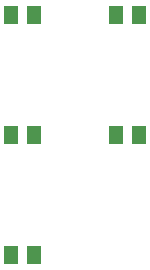
<source format=gbr>
G04 EAGLE Gerber RS-274X export*
G75*
%MOMM*%
%FSLAX34Y34*%
%LPD*%
%INSolderpaste Top*%
%IPPOS*%
%AMOC8*
5,1,8,0,0,1.08239X$1,22.5*%
G01*
%ADD10R,1.300000X1.500000*%


D10*
X625500Y292100D03*
X644500Y292100D03*
X733400Y393700D03*
X714400Y393700D03*
X625500Y393700D03*
X644500Y393700D03*
X714400Y495300D03*
X733400Y495300D03*
X625500Y495300D03*
X644500Y495300D03*
M02*

</source>
